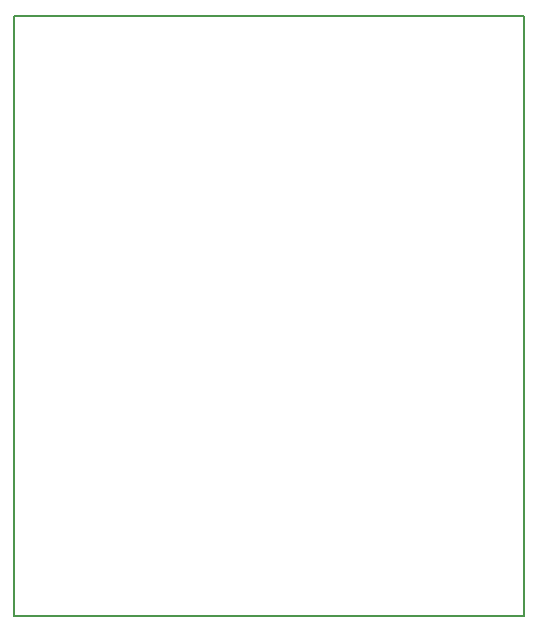
<source format=gm1>
G04 #@! TF.FileFunction,Profile,NP*
%FSLAX46Y46*%
G04 Gerber Fmt 4.6, Leading zero omitted, Abs format (unit mm)*
G04 Created by KiCad (PCBNEW (2015-09-08 BZR 6170, Git 6269158)-product) date 8/14/2016 2:55:12 PM*
%MOMM*%
G01*
G04 APERTURE LIST*
%ADD10C,0.100000*%
%ADD11C,0.150000*%
G04 APERTURE END LIST*
D10*
D11*
X127000000Y-132080000D02*
X127000000Y-81280000D01*
X170180000Y-132080000D02*
X127000000Y-132080000D01*
X170180000Y-81280000D02*
X170180000Y-132080000D01*
X127000000Y-81280000D02*
X170180000Y-81280000D01*
M02*

</source>
